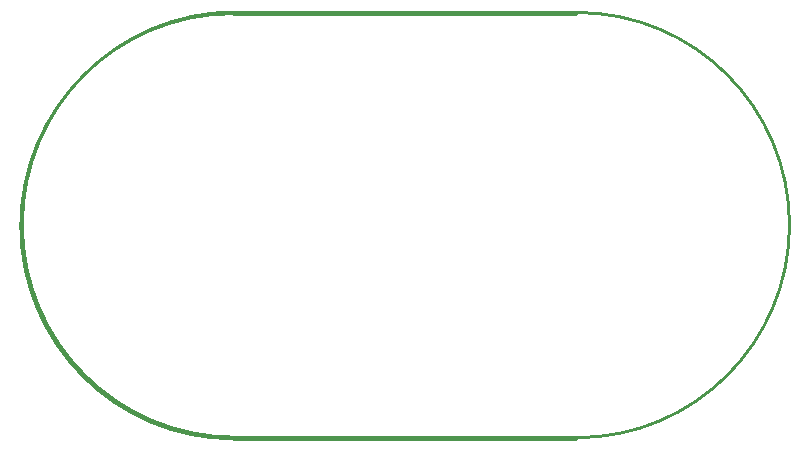
<source format=gko>
G04 Layer: BoardOutline*
G04 EasyEDA v6.3.22, 2020-04-03T23:48:27+02:00*
G04 c84acfee6ada4594b27f9e032ef05081,b454bf58618a4ea094e2924ff918fcb0,10*
G04 Gerber Generator version 0.2*
G04 Scale: 100 percent, Rotated: No, Reflected: No *
G04 Dimensions in millimeters *
G04 leading zeros omitted , absolute positions ,3 integer and 3 decimal *
%FSLAX33Y33*%
%MOMM*%
G90*
G71D02*

%ADD10C,0.254000*%
G54D10*
G01X18126Y127D02*
G01X47126Y127D01*
G01X17999Y35999D02*
G01X46999Y35999D01*
G01X17999Y0D02*
G01X46999Y0D01*
G01X18126Y36126D02*
G01X47126Y36126D01*
G75*
G01X47083Y93D02*
G03X47083Y36093I0J18000D01*
G01*
G75*
G01X18127Y36127D02*
G03X18127Y127I0J-18000D01*
G01*
G75*
G01X18000Y36000D02*
G03X18000Y0I0J-18000D01*
G01*

%LPD*%
M00*
M02*

</source>
